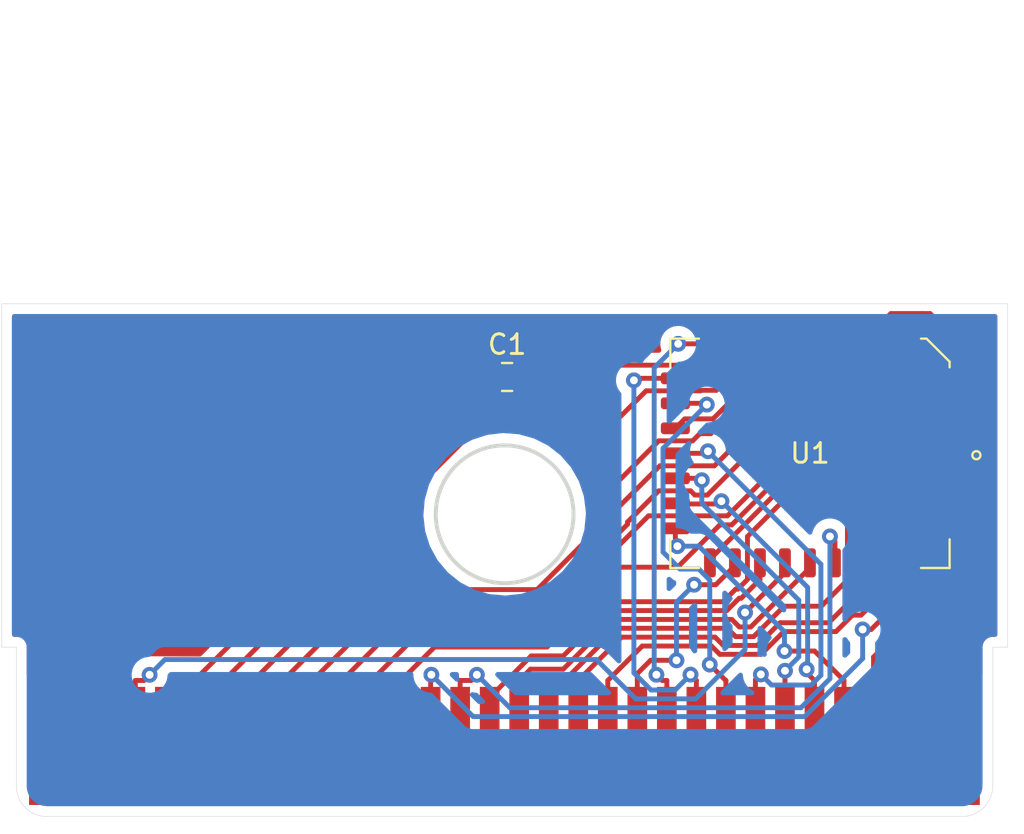
<source format=kicad_pcb>
(kicad_pcb (version 20171130) (host pcbnew "(5.1.2)-2")

  (general
    (thickness 0.8)
    (drawings 13)
    (tracks 273)
    (zones 0)
    (modules 3)
    (nets 37)
  )

  (page A4)
  (layers
    (0 F.Cu signal)
    (31 B.Cu signal)
    (32 B.Adhes user)
    (33 F.Adhes user)
    (34 B.Paste user)
    (35 F.Paste user)
    (36 B.SilkS user)
    (37 F.SilkS user)
    (38 B.Mask user)
    (39 F.Mask user)
    (40 Dwgs.User user)
    (41 Cmts.User user)
    (42 Eco1.User user)
    (43 Eco2.User user)
    (44 Edge.Cuts user)
    (45 Margin user)
    (46 B.CrtYd user)
    (47 F.CrtYd user)
    (48 B.Fab user)
    (49 F.Fab user)
  )

  (setup
    (last_trace_width 0.25)
    (trace_clearance 0.2)
    (zone_clearance 0.508)
    (zone_45_only no)
    (trace_min 0.2)
    (via_size 0.8)
    (via_drill 0.4)
    (via_min_size 0.4)
    (via_min_drill 0.3)
    (uvia_size 0.3)
    (uvia_drill 0.1)
    (uvias_allowed no)
    (uvia_min_size 0.2)
    (uvia_min_drill 0.1)
    (edge_width 0.05)
    (segment_width 0.2)
    (pcb_text_width 0.3)
    (pcb_text_size 1.5 1.5)
    (mod_edge_width 0.12)
    (mod_text_size 1 1)
    (mod_text_width 0.15)
    (pad_size 1.524 1.524)
    (pad_drill 0.762)
    (pad_to_mask_clearance 0.0508)
    (solder_mask_min_width 0.25)
    (aux_axis_origin 0 0)
    (visible_elements FFFFFF7F)
    (pcbplotparams
      (layerselection 0x010fc_ffffffff)
      (usegerberextensions false)
      (usegerberattributes false)
      (usegerberadvancedattributes false)
      (creategerberjobfile false)
      (excludeedgelayer true)
      (linewidth 0.100000)
      (plotframeref false)
      (viasonmask false)
      (mode 1)
      (useauxorigin false)
      (hpglpennumber 1)
      (hpglpenspeed 20)
      (hpglpendiameter 15.000000)
      (psnegative false)
      (psa4output false)
      (plotreference true)
      (plotvalue true)
      (plotinvisibletext false)
      (padsonsilk false)
      (subtractmaskfromsilk false)
      (outputformat 1)
      (mirror false)
      (drillshape 1)
      (scaleselection 1)
      (outputdirectory ""))
  )

  (net 0 "")
  (net 1 +5V)
  (net 2 GND)
  (net 3 "Net-(U0-Pad31)")
  (net 4 "Net-(U0-Pad30)")
  (net 5 D7)
  (net 6 D6)
  (net 7 D5)
  (net 8 D4)
  (net 9 D3)
  (net 10 D2)
  (net 11 D1)
  (net 12 D0)
  (net 13 WR)
  (net 14 A15)
  (net 15 A14)
  (net 16 A13)
  (net 17 A12)
  (net 18 A11)
  (net 19 A10)
  (net 20 A9)
  (net 21 A8)
  (net 22 A7)
  (net 23 A6)
  (net 24 A5)
  (net 25 A4)
  (net 26 A3)
  (net 27 A2)
  (net 28 A1)
  (net 29 A0)
  (net 30 "Net-(U0-Pad5)")
  (net 31 RD)
  (net 32 "Net-(U0-Pad2)")
  (net 33 "Net-(U1-Pad1)")
  (net 34 "Net-(U1-Pad2)")
  (net 35 "Net-(U1-Pad3)")
  (net 36 "Net-(U1-Pad30)")

  (net_class Default "This is the default net class."
    (clearance 0.2)
    (trace_width 0.25)
    (via_dia 0.8)
    (via_drill 0.4)
    (uvia_dia 0.3)
    (uvia_drill 0.1)
    (add_net +5V)
    (add_net A0)
    (add_net A1)
    (add_net A10)
    (add_net A11)
    (add_net A12)
    (add_net A13)
    (add_net A14)
    (add_net A15)
    (add_net A2)
    (add_net A3)
    (add_net A4)
    (add_net A5)
    (add_net A6)
    (add_net A7)
    (add_net A8)
    (add_net A9)
    (add_net D0)
    (add_net D1)
    (add_net D2)
    (add_net D3)
    (add_net D4)
    (add_net D5)
    (add_net D6)
    (add_net D7)
    (add_net GND)
    (add_net "Net-(U0-Pad2)")
    (add_net "Net-(U0-Pad30)")
    (add_net "Net-(U0-Pad31)")
    (add_net "Net-(U0-Pad5)")
    (add_net "Net-(U1-Pad1)")
    (add_net "Net-(U1-Pad2)")
    (add_net "Net-(U1-Pad3)")
    (add_net "Net-(U1-Pad30)")
    (add_net RD)
    (add_net WR)
  )

  (module Package_LCC:PLCC-32_11.4x14.0mm_P1.27mm (layer F.Cu) (tedit 5B298677) (tstamp 5DB8E7F1)
    (at 124.902 115.204 270)
    (descr "PLCC, 32 Pin (http://ww1.microchip.com/downloads/en/DeviceDoc/doc0015.pdf), generated with kicad-footprint-generator ipc_plcc_jLead_generator.py")
    (tags "PLCC LCC")
    (path /5DB90BFA)
    (attr smd)
    (fp_text reference U1 (at 0 0.00004 180) (layer F.SilkS)
      (effects (font (size 1 1) (thickness 0.15)))
    )
    (fp_text value AM29F040 (at 0 8.52 90) (layer F.Fab)
      (effects (font (size 1 1) (thickness 0.15)))
    )
    (fp_text user %R (at 0 0 90) (layer F.Fab)
      (effects (font (size 1 1) (thickness 0.15)))
    )
    (fp_line (start -6.55 -5.63) (end -6.55 0) (layer F.CrtYd) (width 0.05))
    (fp_line (start -5.96 -5.63) (end -6.55 -5.63) (layer F.CrtYd) (width 0.05))
    (fp_line (start -5.96 -5.95) (end -5.96 -5.63) (layer F.CrtYd) (width 0.05))
    (fp_line (start -4.68 -7.23) (end -5.96 -5.95) (layer F.CrtYd) (width 0.05))
    (fp_line (start -4.36 -7.23) (end -4.68 -7.23) (layer F.CrtYd) (width 0.05))
    (fp_line (start -4.36 -7.82) (end -4.36 -7.23) (layer F.CrtYd) (width 0.05))
    (fp_line (start 0 -7.82) (end -4.36 -7.82) (layer F.CrtYd) (width 0.05))
    (fp_line (start 6.55 5.63) (end 6.55 0) (layer F.CrtYd) (width 0.05))
    (fp_line (start 5.96 5.63) (end 6.55 5.63) (layer F.CrtYd) (width 0.05))
    (fp_line (start 5.96 7.23) (end 5.96 5.63) (layer F.CrtYd) (width 0.05))
    (fp_line (start 4.36 7.23) (end 5.96 7.23) (layer F.CrtYd) (width 0.05))
    (fp_line (start 4.36 7.82) (end 4.36 7.23) (layer F.CrtYd) (width 0.05))
    (fp_line (start 0 7.82) (end 4.36 7.82) (layer F.CrtYd) (width 0.05))
    (fp_line (start -6.55 5.63) (end -6.55 0) (layer F.CrtYd) (width 0.05))
    (fp_line (start -5.96 5.63) (end -6.55 5.63) (layer F.CrtYd) (width 0.05))
    (fp_line (start -5.96 7.23) (end -5.96 5.63) (layer F.CrtYd) (width 0.05))
    (fp_line (start -4.36 7.23) (end -5.96 7.23) (layer F.CrtYd) (width 0.05))
    (fp_line (start -4.36 7.82) (end -4.36 7.23) (layer F.CrtYd) (width 0.05))
    (fp_line (start 0 7.82) (end -4.36 7.82) (layer F.CrtYd) (width 0.05))
    (fp_line (start 6.55 -5.63) (end 6.55 0) (layer F.CrtYd) (width 0.05))
    (fp_line (start 5.96 -5.63) (end 6.55 -5.63) (layer F.CrtYd) (width 0.05))
    (fp_line (start 5.96 -7.23) (end 5.96 -5.63) (layer F.CrtYd) (width 0.05))
    (fp_line (start 4.36 -7.23) (end 5.96 -7.23) (layer F.CrtYd) (width 0.05))
    (fp_line (start 4.36 -7.82) (end 4.36 -7.23) (layer F.CrtYd) (width 0.05))
    (fp_line (start 0 -7.82) (end 4.36 -7.82) (layer F.CrtYd) (width 0.05))
    (fp_line (start -0.5 -6.985) (end 0 -6.277893) (layer F.Fab) (width 0.1))
    (fp_line (start -4.575 -6.985) (end -0.5 -6.985) (layer F.Fab) (width 0.1))
    (fp_line (start -5.715 -5.845) (end -4.575 -6.985) (layer F.Fab) (width 0.1))
    (fp_line (start -5.715 6.985) (end -5.715 -5.845) (layer F.Fab) (width 0.1))
    (fp_line (start 5.715 6.985) (end -5.715 6.985) (layer F.Fab) (width 0.1))
    (fp_line (start 5.715 -6.985) (end 5.715 6.985) (layer F.Fab) (width 0.1))
    (fp_line (start 0.5 -6.985) (end 5.715 -6.985) (layer F.Fab) (width 0.1))
    (fp_line (start 0 -6.277893) (end 0.5 -6.985) (layer F.Fab) (width 0.1))
    (fp_line (start -5.825 -5.922782) (end -5.825 -5.64) (layer F.SilkS) (width 0.12))
    (fp_line (start -4.652782 -7.095) (end -5.825 -5.922782) (layer F.SilkS) (width 0.12))
    (fp_line (start -4.37 -7.095) (end -4.652782 -7.095) (layer F.SilkS) (width 0.12))
    (fp_line (start 5.825 7.095) (end 5.825 5.64) (layer F.SilkS) (width 0.12))
    (fp_line (start 4.37 7.095) (end 5.825 7.095) (layer F.SilkS) (width 0.12))
    (fp_line (start -5.825 7.095) (end -5.825 5.64) (layer F.SilkS) (width 0.12))
    (fp_line (start -4.37 7.095) (end -5.825 7.095) (layer F.SilkS) (width 0.12))
    (fp_line (start 5.825 -7.095) (end 5.825 -5.64) (layer F.SilkS) (width 0.12))
    (fp_line (start 4.37 -7.095) (end 5.825 -7.095) (layer F.SilkS) (width 0.12))
    (pad 32 smd roundrect (at 1.27 -6.8375 270) (size 0.6 1.475) (layers F.Cu F.Paste F.Mask) (roundrect_rratio 0.25))
    (pad 31 smd roundrect (at 2.54 -6.8375 270) (size 0.6 1.475) (layers F.Cu F.Paste F.Mask) (roundrect_rratio 0.25))
    (pad 30 smd roundrect (at 3.81 -6.8375 270) (size 0.6 1.475) (layers F.Cu F.Paste F.Mask) (roundrect_rratio 0.25)
      (net 36 "Net-(U1-Pad30)"))
    (pad 29 smd roundrect (at 5.5625 -5.08 270) (size 1.475 0.6) (layers F.Cu F.Paste F.Mask) (roundrect_rratio 0.25)
      (net 15 A14))
    (pad 28 smd roundrect (at 5.5625 -3.81 270) (size 1.475 0.6) (layers F.Cu F.Paste F.Mask) (roundrect_rratio 0.25)
      (net 16 A13))
    (pad 27 smd roundrect (at 5.5625 -2.54 270) (size 1.475 0.6) (layers F.Cu F.Paste F.Mask) (roundrect_rratio 0.25)
      (net 21 A8))
    (pad 26 smd roundrect (at 5.5625 -1.27 270) (size 1.475 0.6) (layers F.Cu F.Paste F.Mask) (roundrect_rratio 0.25)
      (net 20 A9))
    (pad 25 smd roundrect (at 5.5625 0 270) (size 1.475 0.6) (layers F.Cu F.Paste F.Mask) (roundrect_rratio 0.25)
      (net 18 A11))
    (pad 24 smd roundrect (at 5.5625 1.27 270) (size 1.475 0.6) (layers F.Cu F.Paste F.Mask) (roundrect_rratio 0.25)
      (net 31 RD))
    (pad 23 smd roundrect (at 5.5625 2.54 270) (size 1.475 0.6) (layers F.Cu F.Paste F.Mask) (roundrect_rratio 0.25)
      (net 19 A10))
    (pad 22 smd roundrect (at 5.5625 3.81 270) (size 1.475 0.6) (layers F.Cu F.Paste F.Mask) (roundrect_rratio 0.25)
      (net 14 A15))
    (pad 21 smd roundrect (at 5.5625 5.08 270) (size 1.475 0.6) (layers F.Cu F.Paste F.Mask) (roundrect_rratio 0.25)
      (net 5 D7))
    (pad 20 smd roundrect (at 3.81 6.8375 270) (size 0.6 1.475) (layers F.Cu F.Paste F.Mask) (roundrect_rratio 0.25)
      (net 6 D6))
    (pad 19 smd roundrect (at 2.54 6.8375 270) (size 0.6 1.475) (layers F.Cu F.Paste F.Mask) (roundrect_rratio 0.25)
      (net 7 D5))
    (pad 18 smd roundrect (at 1.27 6.8375 270) (size 0.6 1.475) (layers F.Cu F.Paste F.Mask) (roundrect_rratio 0.25)
      (net 8 D4))
    (pad 17 smd roundrect (at 0 6.8375 270) (size 0.6 1.475) (layers F.Cu F.Paste F.Mask) (roundrect_rratio 0.25)
      (net 9 D3))
    (pad 16 smd roundrect (at -1.27 6.8375 270) (size 0.6 1.475) (layers F.Cu F.Paste F.Mask) (roundrect_rratio 0.25)
      (net 2 GND))
    (pad 15 smd roundrect (at -2.54 6.8375 270) (size 0.6 1.475) (layers F.Cu F.Paste F.Mask) (roundrect_rratio 0.25)
      (net 10 D2))
    (pad 14 smd roundrect (at -3.81 6.8375 270) (size 0.6 1.475) (layers F.Cu F.Paste F.Mask) (roundrect_rratio 0.25)
      (net 11 D1))
    (pad 13 smd roundrect (at -5.5625 5.08 270) (size 1.475 0.6) (layers F.Cu F.Paste F.Mask) (roundrect_rratio 0.25)
      (net 12 D0))
    (pad 12 smd roundrect (at -5.5625 3.81 270) (size 1.475 0.6) (layers F.Cu F.Paste F.Mask) (roundrect_rratio 0.25)
      (net 29 A0))
    (pad 11 smd roundrect (at -5.5625 2.54 270) (size 1.475 0.6) (layers F.Cu F.Paste F.Mask) (roundrect_rratio 0.25)
      (net 28 A1))
    (pad 10 smd roundrect (at -5.5625 1.27 270) (size 1.475 0.6) (layers F.Cu F.Paste F.Mask) (roundrect_rratio 0.25)
      (net 27 A2))
    (pad 9 smd roundrect (at -5.5625 0 270) (size 1.475 0.6) (layers F.Cu F.Paste F.Mask) (roundrect_rratio 0.25)
      (net 26 A3))
    (pad 8 smd roundrect (at -5.5625 -1.27 270) (size 1.475 0.6) (layers F.Cu F.Paste F.Mask) (roundrect_rratio 0.25)
      (net 25 A4))
    (pad 7 smd roundrect (at -5.5625 -2.54 270) (size 1.475 0.6) (layers F.Cu F.Paste F.Mask) (roundrect_rratio 0.25)
      (net 24 A5))
    (pad 6 smd roundrect (at -5.5625 -3.81 270) (size 1.475 0.6) (layers F.Cu F.Paste F.Mask) (roundrect_rratio 0.25)
      (net 23 A6))
    (pad 5 smd roundrect (at -5.5625 -5.08 270) (size 1.475 0.6) (layers F.Cu F.Paste F.Mask) (roundrect_rratio 0.25)
      (net 22 A7))
    (pad 4 smd roundrect (at -3.81 -6.8375 270) (size 0.6 1.475) (layers F.Cu F.Paste F.Mask) (roundrect_rratio 0.25)
      (net 17 A12))
    (pad 3 smd roundrect (at -2.54 -6.8375 270) (size 0.6 1.475) (layers F.Cu F.Paste F.Mask) (roundrect_rratio 0.25)
      (net 35 "Net-(U1-Pad3)"))
    (pad 2 smd roundrect (at -1.27 -6.8375 270) (size 0.6 1.475) (layers F.Cu F.Paste F.Mask) (roundrect_rratio 0.25)
      (net 34 "Net-(U1-Pad2)"))
    (pad 1 smd roundrect (at 0 -6.8375 270) (size 0.6 1.475) (layers F.Cu F.Paste F.Mask) (roundrect_rratio 0.25)
      (net 33 "Net-(U1-Pad1)"))
    (model ${KISYS3DMOD}/Package_LCC.3dshapes/PLCC-32_11.4x14.0mm_P1.27mm.wrl
      (at (xyz 0 0 0))
      (scale (xyz 1 1 1))
      (rotate (xyz 0 0 0))
    )
  )

  (module Capacitor_SMD:C_0805_2012Metric (layer F.Cu) (tedit 5B36C52B) (tstamp 5DB8E77E)
    (at 109.517 111.326)
    (descr "Capacitor SMD 0805 (2012 Metric), square (rectangular) end terminal, IPC_7351 nominal, (Body size source: https://docs.google.com/spreadsheets/d/1BsfQQcO9C6DZCsRaXUlFlo91Tg2WpOkGARC1WS5S8t0/edit?usp=sharing), generated with kicad-footprint-generator")
    (tags capacitor)
    (path /5DBA1519)
    (attr smd)
    (fp_text reference C1 (at 0 -1.65) (layer F.SilkS)
      (effects (font (size 1 1) (thickness 0.15)))
    )
    (fp_text value 0.1uF (at 0 1.65) (layer F.Fab)
      (effects (font (size 1 1) (thickness 0.15)))
    )
    (fp_line (start -1 0.6) (end -1 -0.6) (layer F.Fab) (width 0.1))
    (fp_line (start -1 -0.6) (end 1 -0.6) (layer F.Fab) (width 0.1))
    (fp_line (start 1 -0.6) (end 1 0.6) (layer F.Fab) (width 0.1))
    (fp_line (start 1 0.6) (end -1 0.6) (layer F.Fab) (width 0.1))
    (fp_line (start -0.258578 -0.71) (end 0.258578 -0.71) (layer F.SilkS) (width 0.12))
    (fp_line (start -0.258578 0.71) (end 0.258578 0.71) (layer F.SilkS) (width 0.12))
    (fp_line (start -1.68 0.95) (end -1.68 -0.95) (layer F.CrtYd) (width 0.05))
    (fp_line (start -1.68 -0.95) (end 1.68 -0.95) (layer F.CrtYd) (width 0.05))
    (fp_line (start 1.68 -0.95) (end 1.68 0.95) (layer F.CrtYd) (width 0.05))
    (fp_line (start 1.68 0.95) (end -1.68 0.95) (layer F.CrtYd) (width 0.05))
    (fp_text user %R (at 0 0) (layer F.Fab)
      (effects (font (size 0.5 0.5) (thickness 0.08)))
    )
    (pad 1 smd roundrect (at -0.9375 0) (size 0.975 1.4) (layers F.Cu F.Paste F.Mask) (roundrect_rratio 0.25)
      (net 1 +5V))
    (pad 2 smd roundrect (at 0.9375 0) (size 0.975 1.4) (layers F.Cu F.Paste F.Mask) (roundrect_rratio 0.25)
      (net 2 GND))
    (model ${KISYS3DMOD}/Capacitor_SMD.3dshapes/C_0805_2012Metric.wrl
      (at (xyz 0 0 0))
      (scale (xyz 1 1 1))
      (rotate (xyz 0 0 0))
    )
  )

  (module Custom:GBBus (layer F.Cu) (tedit 5BCB465C) (tstamp 5DB8E7A2)
    (at 85.2322 127.069)
    (descr "Connector Pads for Gameboy Cartridges")
    (path /5DB8FEC5)
    (fp_text reference U0 (at 23.12 -2.565) (layer F.SilkS) hide
      (effects (font (size 1.27 1.27) (thickness 0.15)))
    )
    (fp_text value CartBus (at 24.49 -7.525) (layer F.SilkS) hide
      (effects (font (size 1.27 1.27) (thickness 0.15)))
    )
    (pad 32 smd rect (at 47.6 3 180) (size 1.4 6) (layers F.Cu F.Paste F.Mask)
      (net 2 GND) (solder_mask_margin 0.0508))
    (pad 31 smd rect (at 45.9 3) (size 1 6) (layers F.Cu F.Paste F.Mask)
      (net 3 "Net-(U0-Pad31)") (solder_mask_margin 0.0508))
    (pad 30 smd rect (at 44.4 3) (size 1 6) (layers F.Cu F.Paste F.Mask)
      (net 4 "Net-(U0-Pad30)") (solder_mask_margin 0.0508))
    (pad 29 smd rect (at 42.9 3) (size 1 6) (layers F.Cu F.Paste F.Mask)
      (net 5 D7) (solder_mask_margin 0.0508))
    (pad 28 smd rect (at 41.4 3) (size 1 6) (layers F.Cu F.Paste F.Mask)
      (net 6 D6) (solder_mask_margin 0.0508))
    (pad 27 smd rect (at 39.9 3) (size 1 6) (layers F.Cu F.Paste F.Mask)
      (net 7 D5) (solder_mask_margin 0.0508))
    (pad 26 smd rect (at 38.4 3) (size 1 6) (layers F.Cu F.Paste F.Mask)
      (net 8 D4) (solder_mask_margin 0.0508))
    (pad 25 smd rect (at 36.9 3) (size 1 6) (layers F.Cu F.Paste F.Mask)
      (net 9 D3) (solder_mask_margin 0.0508))
    (pad 24 smd rect (at 35.4 3) (size 1 6) (layers F.Cu F.Paste F.Mask)
      (net 10 D2) (solder_mask_margin 0.0508))
    (pad 23 smd rect (at 33.9 3) (size 1 6) (layers F.Cu F.Paste F.Mask)
      (net 11 D1) (solder_mask_margin 0.0508))
    (pad 22 smd rect (at 32.4 3) (size 1 6) (layers F.Cu F.Paste F.Mask)
      (net 12 D0) (solder_mask_margin 0.0508))
    (pad 3 smd rect (at 3.9 3 180) (size 1 6) (layers F.Cu F.Paste F.Mask)
      (net 13 WR) (solder_mask_margin 0.0508))
    (pad 21 smd rect (at 30.9 3) (size 1 6) (layers F.Cu F.Paste F.Mask)
      (net 14 A15) (solder_mask_margin 0.0508))
    (pad 20 smd rect (at 29.4 3) (size 1 6) (layers F.Cu F.Paste F.Mask)
      (net 15 A14) (solder_mask_margin 0.0508))
    (pad 19 smd rect (at 27.9 3) (size 1 6) (layers F.Cu F.Paste F.Mask)
      (net 16 A13) (solder_mask_margin 0.0508))
    (pad 18 smd rect (at 26.4 3) (size 1 6) (layers F.Cu F.Paste F.Mask)
      (net 17 A12) (solder_mask_margin 0.0508))
    (pad 17 smd rect (at 24.9 3) (size 1 6) (layers F.Cu F.Paste F.Mask)
      (net 18 A11) (solder_mask_margin 0.0508))
    (pad 16 smd rect (at 23.4 3) (size 1 6) (layers F.Cu F.Paste F.Mask)
      (net 19 A10) (solder_mask_margin 0.0508))
    (pad 15 smd rect (at 21.9 3) (size 1 6) (layers F.Cu F.Paste F.Mask)
      (net 20 A9) (solder_mask_margin 0.0508))
    (pad 14 smd rect (at 20.4 3) (size 1 6) (layers F.Cu F.Paste F.Mask)
      (net 21 A8) (solder_mask_margin 0.0508))
    (pad 13 smd rect (at 18.9 3) (size 1 6) (layers F.Cu F.Paste F.Mask)
      (net 22 A7) (solder_mask_margin 0.0508))
    (pad 12 smd rect (at 17.4 3) (size 1 6) (layers F.Cu F.Paste F.Mask)
      (net 23 A6) (solder_mask_margin 0.0508))
    (pad 11 smd rect (at 15.9 3) (size 1 6) (layers F.Cu F.Paste F.Mask)
      (net 24 A5) (solder_mask_margin 0.0508))
    (pad 10 smd rect (at 14.4 3) (size 1 6) (layers F.Cu F.Paste F.Mask)
      (net 25 A4) (solder_mask_margin 0.0508))
    (pad 9 smd rect (at 12.9 3) (size 1 6) (layers F.Cu F.Paste F.Mask)
      (net 26 A3) (solder_mask_margin 0.0508))
    (pad 8 smd rect (at 11.4 3) (size 1 6) (layers F.Cu F.Paste F.Mask)
      (net 27 A2) (solder_mask_margin 0.0508))
    (pad 7 smd rect (at 9.9 3) (size 1 6) (layers F.Cu F.Paste F.Mask)
      (net 28 A1) (solder_mask_margin 0.0508))
    (pad 6 smd rect (at 8.4 3) (size 1 6) (layers F.Cu F.Paste F.Mask)
      (net 29 A0) (solder_mask_margin 0.0508))
    (pad 5 smd rect (at 6.9 3) (size 1 6) (layers F.Cu F.Paste F.Mask)
      (net 30 "Net-(U0-Pad5)") (solder_mask_margin 0.0508))
    (pad 4 smd rect (at 5.4 3 180) (size 1 6) (layers F.Cu F.Paste F.Mask)
      (net 31 RD) (solder_mask_margin 0.0508))
    (pad 2 smd rect (at 2.4 3) (size 1 6) (layers F.Cu F.Paste F.Mask)
      (net 32 "Net-(U0-Pad2)") (solder_mask_margin 0.0508))
    (pad 1 smd rect (at 0.7 3 180) (size 1.4 6) (layers F.Cu F.Paste F.Mask)
      (net 1 +5V) (solder_mask_margin 0.0508))
  )

  (gr_circle (center 133.35762 115.30076) (end 133.55066 115.37188) (layer F.SilkS) (width 0.12))
  (gr_circle (center 109.39224 118.30058) (end 112.89224 118.30058) (layer Edge.Cuts) (width 0.2) (tstamp 5DB88D89))
  (gr_arc (start 132.61137 132.07558) (end 134.19224 132.01058) (angle 86.88278645) (layer Edge.Cuts) (width 0.0254) (tstamp 5DB88D95))
  (gr_line (start 134.94224 125.05058) (end 134.94224 107.6068) (layer Edge.Cuts) (width 0.0254) (tstamp 5DB88D94))
  (gr_line (start 86.13224 133.65058) (end 132.76224 133.650576) (layer Edge.Cuts) (width 0.0254) (tstamp 5DB88D93))
  (gr_line (start 134.94224 107.6068) (end 83.84224 107.6068) (layer Edge.Cuts) (width 0.0254) (tstamp 5DB88D91))
  (gr_line (start 84.59224 125.05058) (end 84.592241 132.09058) (layer Edge.Cuts) (width 0.0254) (tstamp 5DB88D90))
  (gr_line (start 134.19224 132.01058) (end 134.19224 125.05058) (layer Edge.Cuts) (width 0.0254) (tstamp 5DB88D8F))
  (gr_circle (center 109.39224 93.30058) (end 110.41724 93.30058) (layer Dwgs.User) (width 0.2) (tstamp 5DB88D8D))
  (gr_line (start 83.84224 107.6068) (end 83.84224 125.05058) (layer Edge.Cuts) (width 0.0254) (tstamp 5DB88D8C))
  (gr_line (start 134.19224 125.05058) (end 134.94224 125.05058) (layer Edge.Cuts) (width 0.0254) (tstamp 5DB88D8B))
  (gr_line (start 83.84224 125.05058) (end 84.59224 125.05058) (layer Edge.Cuts) (width 0.0254) (tstamp 5DB88D8A))
  (gr_arc (start 86.11724 132.12526) (end 86.13224 133.65058) (angle 91.86616649) (layer Edge.Cuts) (width 0.0254) (tstamp 5DB88D88))

  (segment (start 85.9322 130.069) (end 85.9322 126.7437) (width 0.25) (layer F.Cu) (net 1))
  (segment (start 85.9322 126.7437) (end 101.3499 111.326) (width 0.25) (layer F.Cu) (net 1))
  (segment (start 101.3499 111.326) (end 108.5795 111.326) (width 0.25) (layer F.Cu) (net 1))
  (segment (start 118.0645 113.934) (end 118.5442 113.4543) (width 0.25) (layer F.Cu) (net 2))
  (segment (start 118.5442 113.4543) (end 119.9791 113.4543) (width 0.25) (layer F.Cu) (net 2))
  (segment (start 119.9791 113.4543) (end 122.997 110.4364) (width 0.25) (layer F.Cu) (net 2))
  (segment (start 122.997 110.4364) (end 122.997 108.8073) (width 0.25) (layer F.Cu) (net 2))
  (segment (start 132.8322 126.7437) (end 133.2826 126.2933) (width 0.25) (layer F.Cu) (net 2))
  (segment (start 132.8322 130.069) (end 132.8322 126.7437) (width 0.25) (layer F.Cu) (net 2))
  (segment (start 122.997 108.8073) (end 122.997 108.42494) (width 0.25) (layer F.Cu) (net 2))
  (segment (start 130.6106 108.1044) (end 129.01222 108.1044) (width 0.25) (layer F.Cu) (net 2))
  (segment (start 129.01222 108.1044) (end 128.86182 108.2548) (width 0.25) (layer F.Cu) (net 2))
  (segment (start 130.6106 108.1044) (end 131.00504 108.1044) (width 0.25) (layer F.Cu) (net 2))
  (segment (start 131.00504 108.1044) (end 131.1529 108.25226) (width 0.25) (layer F.Cu) (net 2))
  (segment (start 128.1322 130.069) (end 128.1322 125.5514) (width 0.25) (layer F.Cu) (net 5))
  (segment (start 128.1322 125.5514) (end 132.8322 120.8514) (width 0.25) (layer F.Cu) (net 5))
  (segment (start 132.8322 120.8514) (end 132.8322 110.9894) (width 0.25) (layer F.Cu) (net 5))
  (segment (start 132.8322 110.9894) (end 130.4074 108.5646) (width 0.25) (layer F.Cu) (net 5))
  (segment (start 130.4074 108.5646) (end 129.6121 108.5646) (width 0.25) (layer F.Cu) (net 5))
  (segment (start 129.6121 108.5646) (end 129.347 108.8297) (width 0.25) (layer F.Cu) (net 5))
  (segment (start 129.347 108.8297) (end 129.347 111.0614) (width 0.25) (layer F.Cu) (net 5))
  (segment (start 129.347 111.0614) (end 119.822 120.5864) (width 0.25) (layer F.Cu) (net 5))
  (segment (start 119.822 120.5864) (end 119.822 120.7665) (width 0.25) (layer F.Cu) (net 5))
  (segment (start 123.6084 125.2501) (end 123.6084 124.2682) (width 0.25) (layer B.Cu) (net 6))
  (segment (start 123.6084 124.2682) (end 119.2617 119.9215) (width 0.25) (layer B.Cu) (net 6))
  (segment (start 119.2617 119.9215) (end 118.1681 119.9215) (width 0.25) (layer B.Cu) (net 6))
  (segment (start 126.6322 126.7437) (end 125.1386 125.2501) (width 0.25) (layer F.Cu) (net 6))
  (segment (start 125.1386 125.2501) (end 123.6084 125.2501) (width 0.25) (layer F.Cu) (net 6))
  (segment (start 118.0645 119.014) (end 118.0645 119.8179) (width 0.25) (layer F.Cu) (net 6))
  (segment (start 118.0645 119.8179) (end 118.1681 119.9215) (width 0.25) (layer F.Cu) (net 6))
  (segment (start 126.6322 130.069) (end 126.6322 126.7437) (width 0.25) (layer F.Cu) (net 6))
  (via (at 123.6084 125.2501) (size 0.8) (layers F.Cu B.Cu) (net 6))
  (via (at 118.1681 119.9215) (size 0.8) (layers F.Cu B.Cu) (net 6))
  (segment (start 118.0645 117.744) (end 118.0972 117.7767) (width 0.25) (layer F.Cu) (net 7))
  (segment (start 118.0972 117.7767) (end 120.2652 117.7767) (width 0.25) (layer F.Cu) (net 7))
  (segment (start 120.2652 117.7767) (end 120.4055 117.6364) (width 0.25) (layer F.Cu) (net 7))
  (segment (start 124.7335 126.1768) (end 124.784 126.1263) (width 0.25) (layer B.Cu) (net 7))
  (segment (start 124.784 126.1263) (end 124.784 122.0149) (width 0.25) (layer B.Cu) (net 7))
  (segment (start 124.784 122.0149) (end 120.4055 117.6364) (width 0.25) (layer B.Cu) (net 7))
  (segment (start 125.1322 126.7437) (end 124.7335 126.345) (width 0.25) (layer F.Cu) (net 7))
  (segment (start 124.7335 126.345) (end 124.7335 126.1768) (width 0.25) (layer F.Cu) (net 7))
  (segment (start 125.1322 130.069) (end 125.1322 126.7437) (width 0.25) (layer F.Cu) (net 7))
  (via (at 124.7335 126.1768) (size 0.8) (layers F.Cu B.Cu) (net 7))
  (via (at 120.4055 117.6364) (size 0.8) (layers F.Cu B.Cu) (net 7))
  (segment (start 123.6322 126.7437) (end 123.6322 126.2521) (width 0.25) (layer F.Cu) (net 8))
  (segment (start 123.6322 126.2521) (end 123.6338 126.2505) (width 0.25) (layer F.Cu) (net 8))
  (segment (start 123.6338 126.2505) (end 124.3337 125.5506) (width 0.25) (layer B.Cu) (net 8))
  (segment (start 124.3337 125.5506) (end 124.3337 122.6606) (width 0.25) (layer B.Cu) (net 8))
  (segment (start 124.3337 122.6606) (end 119.4084 117.7353) (width 0.25) (layer B.Cu) (net 8))
  (segment (start 119.4084 117.7353) (end 119.4084 116.5715) (width 0.25) (layer B.Cu) (net 8))
  (segment (start 118.0645 116.474) (end 119.3109 116.474) (width 0.25) (layer F.Cu) (net 8))
  (segment (start 119.3109 116.474) (end 119.4084 116.5715) (width 0.25) (layer F.Cu) (net 8))
  (segment (start 123.6322 130.069) (end 123.6322 126.7437) (width 0.25) (layer F.Cu) (net 8))
  (via (at 123.6338 126.2505) (size 0.8) (layers F.Cu B.Cu) (net 8))
  (via (at 119.4084 116.5715) (size 0.8) (layers F.Cu B.Cu) (net 8))
  (segment (start 122.4081 126.4358) (end 122.9481 126.9758) (width 0.25) (layer B.Cu) (net 9))
  (segment (start 122.9481 126.9758) (end 124.9603 126.9758) (width 0.25) (layer B.Cu) (net 9))
  (segment (start 124.9603 126.9758) (end 125.4588 126.4773) (width 0.25) (layer B.Cu) (net 9))
  (segment (start 125.4588 126.4773) (end 125.4588 120.8372) (width 0.25) (layer B.Cu) (net 9))
  (segment (start 125.4588 120.8372) (end 119.7198 115.0982) (width 0.25) (layer B.Cu) (net 9))
  (segment (start 122.1322 126.7437) (end 122.1322 126.7117) (width 0.25) (layer F.Cu) (net 9))
  (segment (start 122.1322 126.7117) (end 122.4081 126.4358) (width 0.25) (layer F.Cu) (net 9))
  (segment (start 118.0645 115.204) (end 119.614 115.204) (width 0.25) (layer F.Cu) (net 9))
  (segment (start 119.614 115.204) (end 119.7198 115.0982) (width 0.25) (layer F.Cu) (net 9))
  (segment (start 122.1322 130.069) (end 122.1322 126.7437) (width 0.25) (layer F.Cu) (net 9))
  (via (at 122.4081 126.4358) (size 0.8) (layers F.Cu B.Cu) (net 9))
  (via (at 119.7198 115.0982) (size 0.8) (layers F.Cu B.Cu) (net 9))
  (segment (start 120.6322 130.069) (end 120.6322 126.7437) (width 0.25) (layer F.Cu) (net 10))
  (segment (start 119.8122 125.9344) (end 120.6215 126.7437) (width 0.25) (layer F.Cu) (net 10))
  (segment (start 120.6215 126.7437) (end 120.6322 126.7437) (width 0.25) (layer F.Cu) (net 10))
  (segment (start 119.6623 112.729) (end 117.4393 114.952) (width 0.25) (layer B.Cu) (net 10))
  (segment (start 117.4393 114.952) (end 117.4393 120.2184) (width 0.25) (layer B.Cu) (net 10))
  (segment (start 117.4393 120.2184) (end 118.3046 121.0837) (width 0.25) (layer B.Cu) (net 10))
  (segment (start 118.3046 121.0837) (end 119.2561 121.0837) (width 0.25) (layer B.Cu) (net 10))
  (segment (start 119.2561 121.0837) (end 119.8122 121.6398) (width 0.25) (layer B.Cu) (net 10))
  (segment (start 119.8122 121.6398) (end 119.8122 125.9344) (width 0.25) (layer B.Cu) (net 10))
  (segment (start 118.0645 112.664) (end 119.5973 112.664) (width 0.25) (layer F.Cu) (net 10))
  (segment (start 119.5973 112.664) (end 119.6623 112.729) (width 0.25) (layer F.Cu) (net 10))
  (via (at 119.8122 125.9344) (size 0.8) (layers F.Cu B.Cu) (net 10))
  (via (at 119.6623 112.729) (size 0.8) (layers F.Cu B.Cu) (net 10))
  (segment (start 118.0645 111.394) (end 116.0607 111.394) (width 0.25) (layer F.Cu) (net 11))
  (segment (start 116.0607 111.394) (end 115.9586 111.4961) (width 0.25) (layer F.Cu) (net 11))
  (segment (start 118.8347 126.4462) (end 118.0538 127.2271) (width 0.25) (layer B.Cu) (net 11))
  (segment (start 118.0538 127.2271) (end 116.8274 127.2271) (width 0.25) (layer B.Cu) (net 11))
  (segment (start 116.8274 127.2271) (end 115.9586 126.3583) (width 0.25) (layer B.Cu) (net 11))
  (segment (start 115.9586 126.3583) (end 115.9586 111.4961) (width 0.25) (layer B.Cu) (net 11))
  (segment (start 119.1322 126.7437) (end 118.8347 126.4462) (width 0.25) (layer F.Cu) (net 11))
  (segment (start 119.1322 130.069) (end 119.1322 126.7437) (width 0.25) (layer F.Cu) (net 11))
  (via (at 118.8347 126.4462) (size 0.8) (layers F.Cu B.Cu) (net 11))
  (via (at 115.9586 111.4961) (size 0.8) (layers F.Cu B.Cu) (net 11))
  (segment (start 118.2099 109.6415) (end 116.989 110.8624) (width 0.25) (layer B.Cu) (net 12))
  (segment (start 116.989 110.8624) (end 116.989 126.3383) (width 0.25) (layer B.Cu) (net 12))
  (segment (start 116.989 126.3383) (end 117.1016 126.4509) (width 0.25) (layer B.Cu) (net 12))
  (segment (start 117.6322 126.7437) (end 117.3944 126.7437) (width 0.25) (layer F.Cu) (net 12))
  (segment (start 117.3944 126.7437) (end 117.1016 126.4509) (width 0.25) (layer F.Cu) (net 12))
  (segment (start 119.822 109.6415) (end 118.2099 109.6415) (width 0.25) (layer F.Cu) (net 12))
  (segment (start 117.6322 130.069) (end 117.6322 126.7437) (width 0.25) (layer F.Cu) (net 12))
  (via (at 117.1016 126.4509) (size 0.8) (layers F.Cu B.Cu) (net 12))
  (via (at 118.2099 109.6415) (size 0.8) (layers F.Cu B.Cu) (net 12))
  (segment (start 116.1322 126.7437) (end 116.1322 126.3935) (width 0.25) (layer F.Cu) (net 14))
  (segment (start 116.1322 126.3935) (end 116.8064 125.7193) (width 0.25) (layer F.Cu) (net 14))
  (segment (start 116.8064 125.7193) (end 118.1212 125.7193) (width 0.25) (layer F.Cu) (net 14))
  (segment (start 119.0171 121.8793) (end 118.1212 122.7752) (width 0.25) (layer B.Cu) (net 14))
  (segment (start 118.1212 122.7752) (end 118.1212 125.7193) (width 0.25) (layer B.Cu) (net 14))
  (segment (start 121.092 120.7665) (end 121.092 120.9083) (width 0.25) (layer F.Cu) (net 14))
  (segment (start 121.092 120.9083) (end 120.121 121.8793) (width 0.25) (layer F.Cu) (net 14))
  (segment (start 120.121 121.8793) (end 119.0171 121.8793) (width 0.25) (layer F.Cu) (net 14))
  (segment (start 116.1322 130.069) (end 116.1322 126.7437) (width 0.25) (layer F.Cu) (net 14))
  (via (at 118.1212 125.7193) (size 0.8) (layers F.Cu B.Cu) (net 14))
  (via (at 119.0171 121.8793) (size 0.8) (layers F.Cu B.Cu) (net 14))
  (segment (start 129.982 120.7665) (end 129.982 120.9409) (width 0.25) (layer F.Cu) (net 15))
  (segment (start 129.982 120.9409) (end 127.4968 123.4261) (width 0.25) (layer F.Cu) (net 15))
  (segment (start 127.4968 123.4261) (end 127.06 123.4261) (width 0.25) (layer F.Cu) (net 15))
  (segment (start 127.06 123.4261) (end 126.2263 124.2598) (width 0.25) (layer F.Cu) (net 15))
  (segment (start 126.2263 124.2598) (end 123.5727 124.2598) (width 0.25) (layer F.Cu) (net 15))
  (segment (start 123.5727 124.2598) (end 122.4164 125.4161) (width 0.25) (layer F.Cu) (net 15))
  (segment (start 122.4164 125.4161) (end 120.3197 125.4161) (width 0.25) (layer F.Cu) (net 15))
  (segment (start 120.3197 125.4161) (end 119.8975 124.9939) (width 0.25) (layer F.Cu) (net 15))
  (segment (start 119.8975 124.9939) (end 116.382 124.9939) (width 0.25) (layer F.Cu) (net 15))
  (segment (start 116.382 124.9939) (end 114.6322 126.7437) (width 0.25) (layer F.Cu) (net 15))
  (segment (start 114.6322 130.069) (end 114.6322 126.7437) (width 0.25) (layer F.Cu) (net 15))
  (segment (start 128.712 120.7665) (end 128.712 120.9518) (width 0.25) (layer F.Cu) (net 16))
  (segment (start 128.712 120.9518) (end 125.8543 123.8095) (width 0.25) (layer F.Cu) (net 16))
  (segment (start 125.8543 123.8095) (end 123.3861 123.8095) (width 0.25) (layer F.Cu) (net 16))
  (segment (start 123.3861 123.8095) (end 122.2298 124.9658) (width 0.25) (layer F.Cu) (net 16))
  (segment (start 122.2298 124.9658) (end 120.5063 124.9658) (width 0.25) (layer F.Cu) (net 16))
  (segment (start 120.5063 124.9658) (end 120.0841 124.5436) (width 0.25) (layer F.Cu) (net 16))
  (segment (start 120.0841 124.5436) (end 115.3323 124.5436) (width 0.25) (layer F.Cu) (net 16))
  (segment (start 115.3323 124.5436) (end 113.1322 126.7437) (width 0.25) (layer F.Cu) (net 16))
  (segment (start 113.1322 130.069) (end 113.1322 126.7437) (width 0.25) (layer F.Cu) (net 16))
  (segment (start 131.7395 111.394) (end 131.4736 111.394) (width 0.25) (layer F.Cu) (net 17))
  (segment (start 131.4736 111.394) (end 126.807 116.0606) (width 0.25) (layer F.Cu) (net 17))
  (segment (start 126.807 116.0606) (end 126.807 121.6414) (width 0.25) (layer F.Cu) (net 17))
  (segment (start 126.807 121.6414) (end 125.4769 122.9715) (width 0.25) (layer F.Cu) (net 17))
  (segment (start 125.4769 122.9715) (end 123.5872 122.9715) (width 0.25) (layer F.Cu) (net 17))
  (segment (start 123.5872 122.9715) (end 122.0433 124.5154) (width 0.25) (layer F.Cu) (net 17))
  (segment (start 122.0433 124.5154) (end 121.1263 124.5154) (width 0.25) (layer F.Cu) (net 17))
  (segment (start 121.1263 124.5154) (end 120.7042 124.0933) (width 0.25) (layer F.Cu) (net 17))
  (segment (start 120.7042 124.0933) (end 115.0831 124.0933) (width 0.25) (layer F.Cu) (net 17))
  (segment (start 115.0831 124.0933) (end 112.4327 126.7437) (width 0.25) (layer F.Cu) (net 17))
  (segment (start 112.4327 126.7437) (end 111.6322 126.7437) (width 0.25) (layer F.Cu) (net 17))
  (segment (start 111.6322 130.069) (end 111.6322 126.7437) (width 0.25) (layer F.Cu) (net 17))
  (segment (start 124.902 120.7665) (end 124.902 121.0198) (width 0.25) (layer F.Cu) (net 18))
  (segment (start 124.902 121.0198) (end 121.8974 124.0244) (width 0.25) (layer F.Cu) (net 18))
  (segment (start 121.8974 124.0244) (end 121.313 124.0244) (width 0.25) (layer F.Cu) (net 18))
  (segment (start 121.313 124.0244) (end 120.9316 123.643) (width 0.25) (layer F.Cu) (net 18))
  (segment (start 120.9316 123.643) (end 114.8965 123.643) (width 0.25) (layer F.Cu) (net 18))
  (segment (start 114.8965 123.643) (end 112.3693 126.1702) (width 0.25) (layer F.Cu) (net 18))
  (segment (start 112.3693 126.1702) (end 110.7057 126.1702) (width 0.25) (layer F.Cu) (net 18))
  (segment (start 110.7057 126.1702) (end 110.1322 126.7437) (width 0.25) (layer F.Cu) (net 18))
  (segment (start 110.1322 130.069) (end 110.1322 126.7437) (width 0.25) (layer F.Cu) (net 18))
  (segment (start 122.362 120.7665) (end 122.362 121.6156) (width 0.25) (layer F.Cu) (net 19))
  (segment (start 122.362 121.6156) (end 121.4121 122.5655) (width 0.25) (layer F.Cu) (net 19))
  (segment (start 121.4121 122.5655) (end 121.3048 122.5655) (width 0.25) (layer F.Cu) (net 19))
  (segment (start 121.3048 122.5655) (end 120.6776 123.1927) (width 0.25) (layer F.Cu) (net 19))
  (segment (start 120.6776 123.1927) (end 114.6735 123.1927) (width 0.25) (layer F.Cu) (net 19))
  (segment (start 114.6735 123.1927) (end 112.3714 125.4948) (width 0.25) (layer F.Cu) (net 19))
  (segment (start 112.3714 125.4948) (end 110.7434 125.4948) (width 0.25) (layer F.Cu) (net 19))
  (segment (start 110.7434 125.4948) (end 108.6322 127.606) (width 0.25) (layer F.Cu) (net 19))
  (segment (start 108.6322 127.606) (end 108.6322 130.069) (width 0.25) (layer F.Cu) (net 19))
  (segment (start 107.9817 126.4545) (end 109.6549 128.1277) (width 0.25) (layer B.Cu) (net 20))
  (segment (start 109.6549 128.1277) (end 124.4453 128.1277) (width 0.25) (layer B.Cu) (net 20))
  (segment (start 124.4453 128.1277) (end 125.9174 126.6556) (width 0.25) (layer B.Cu) (net 20))
  (segment (start 125.9174 126.6556) (end 125.9174 119.4274) (width 0.25) (layer B.Cu) (net 20))
  (segment (start 126.172 120.7665) (end 126.172 119.682) (width 0.25) (layer F.Cu) (net 20))
  (segment (start 126.172 119.682) (end 125.9174 119.4274) (width 0.25) (layer F.Cu) (net 20))
  (segment (start 107.1322 126.7437) (end 107.6925 126.7437) (width 0.25) (layer F.Cu) (net 20))
  (segment (start 107.6925 126.7437) (end 107.9817 126.4545) (width 0.25) (layer F.Cu) (net 20))
  (segment (start 107.1322 130.069) (end 107.1322 126.7437) (width 0.25) (layer F.Cu) (net 20))
  (via (at 107.9817 126.4545) (size 0.8) (layers F.Cu B.Cu) (net 20))
  (via (at 125.9174 119.4274) (size 0.8) (layers F.Cu B.Cu) (net 20))
  (segment (start 105.6695 126.4526) (end 107.7949 128.578) (width 0.25) (layer B.Cu) (net 21))
  (segment (start 107.7949 128.578) (end 124.6319 128.578) (width 0.25) (layer B.Cu) (net 21))
  (segment (start 124.6319 128.578) (end 127.5788 125.6311) (width 0.25) (layer B.Cu) (net 21))
  (segment (start 127.5788 125.6311) (end 127.5788 124.1514) (width 0.25) (layer B.Cu) (net 21))
  (segment (start 105.6322 130.069) (end 105.6322 126.4899) (width 0.25) (layer F.Cu) (net 21))
  (segment (start 105.6322 126.4899) (end 105.6695 126.4526) (width 0.25) (layer F.Cu) (net 21))
  (segment (start 127.442 120.7665) (end 127.442 120.5723) (width 0.25) (layer F.Cu) (net 21))
  (segment (start 127.442 120.5723) (end 128.3113 119.703) (width 0.25) (layer F.Cu) (net 21))
  (segment (start 128.3113 119.703) (end 130.3827 119.703) (width 0.25) (layer F.Cu) (net 21))
  (segment (start 130.3827 119.703) (end 130.6355 119.9558) (width 0.25) (layer F.Cu) (net 21))
  (segment (start 130.6355 119.9558) (end 130.6355 121.5319) (width 0.25) (layer F.Cu) (net 21))
  (segment (start 130.6355 121.5319) (end 128.016 124.1514) (width 0.25) (layer F.Cu) (net 21))
  (segment (start 128.016 124.1514) (end 127.5788 124.1514) (width 0.25) (layer F.Cu) (net 21))
  (via (at 105.6695 126.4526) (size 0.8) (layers F.Cu B.Cu) (net 21))
  (via (at 127.5788 124.1514) (size 0.8) (layers F.Cu B.Cu) (net 21))
  (segment (start 129.982 109.6415) (end 129.982 111.1747) (width 0.25) (layer F.Cu) (net 22))
  (segment (start 129.982 111.1747) (end 121.727 119.4297) (width 0.25) (layer F.Cu) (net 22))
  (segment (start 121.727 119.4297) (end 121.727 121.6137) (width 0.25) (layer F.Cu) (net 22))
  (segment (start 121.727 121.6137) (end 121.2363 122.1044) (width 0.25) (layer F.Cu) (net 22))
  (segment (start 121.2363 122.1044) (end 121.129 122.1044) (width 0.25) (layer F.Cu) (net 22))
  (segment (start 121.129 122.1044) (end 120.491 122.7424) (width 0.25) (layer F.Cu) (net 22))
  (segment (start 120.491 122.7424) (end 113.85 122.7424) (width 0.25) (layer F.Cu) (net 22))
  (segment (start 113.85 122.7424) (end 111.5479 125.0445) (width 0.25) (layer F.Cu) (net 22))
  (segment (start 111.5479 125.0445) (end 105.8314 125.0445) (width 0.25) (layer F.Cu) (net 22))
  (segment (start 105.8314 125.0445) (end 104.1322 126.7437) (width 0.25) (layer F.Cu) (net 22))
  (segment (start 104.1322 130.069) (end 104.1322 126.7437) (width 0.25) (layer F.Cu) (net 22))
  (segment (start 128.712 109.6415) (end 128.712 111.0594) (width 0.25) (layer F.Cu) (net 23))
  (segment (start 128.712 111.0594) (end 120.9328 118.8386) (width 0.25) (layer F.Cu) (net 23))
  (segment (start 120.9328 118.8386) (end 120.3269 118.8386) (width 0.25) (layer F.Cu) (net 23))
  (segment (start 120.3269 118.8386) (end 118.1763 120.9892) (width 0.25) (layer F.Cu) (net 23))
  (segment (start 118.1763 120.9892) (end 114.7499 120.9892) (width 0.25) (layer F.Cu) (net 23))
  (segment (start 114.7499 120.9892) (end 111.5864 124.1527) (width 0.25) (layer F.Cu) (net 23))
  (segment (start 111.5864 124.1527) (end 105.2232 124.1527) (width 0.25) (layer F.Cu) (net 23))
  (segment (start 105.2232 124.1527) (end 102.6322 126.7437) (width 0.25) (layer F.Cu) (net 23))
  (segment (start 102.6322 130.069) (end 102.6322 126.7437) (width 0.25) (layer F.Cu) (net 23))
  (segment (start 127.442 109.6415) (end 127.442 111.6478) (width 0.25) (layer F.Cu) (net 24))
  (segment (start 127.442 111.6478) (end 120.7109 118.3789) (width 0.25) (layer F.Cu) (net 24))
  (segment (start 120.7109 118.3789) (end 116.7021 118.3789) (width 0.25) (layer F.Cu) (net 24))
  (segment (start 116.7021 118.3789) (end 111.3787 123.7023) (width 0.25) (layer F.Cu) (net 24))
  (segment (start 111.3787 123.7023) (end 104.1736 123.7023) (width 0.25) (layer F.Cu) (net 24))
  (segment (start 104.1736 123.7023) (end 101.1322 126.7437) (width 0.25) (layer F.Cu) (net 24))
  (segment (start 101.1322 130.069) (end 101.1322 126.7437) (width 0.25) (layer F.Cu) (net 24))
  (segment (start 126.172 109.6415) (end 126.172 110.8442) (width 0.25) (layer F.Cu) (net 25))
  (segment (start 126.172 110.8442) (end 119.6901 117.3261) (width 0.25) (layer F.Cu) (net 25))
  (segment (start 119.6901 117.3261) (end 119.0563 117.3261) (width 0.25) (layer F.Cu) (net 25))
  (segment (start 119.0563 117.3261) (end 118.8392 117.109) (width 0.25) (layer F.Cu) (net 25))
  (segment (start 118.8392 117.109) (end 117.2195 117.109) (width 0.25) (layer F.Cu) (net 25))
  (segment (start 117.2195 117.109) (end 115.6328 118.6957) (width 0.25) (layer F.Cu) (net 25))
  (segment (start 115.6328 118.6957) (end 115.6328 118.8113) (width 0.25) (layer F.Cu) (net 25))
  (segment (start 115.6328 118.8113) (end 111.4173 123.0268) (width 0.25) (layer F.Cu) (net 25))
  (segment (start 111.4173 123.0268) (end 103.3491 123.0268) (width 0.25) (layer F.Cu) (net 25))
  (segment (start 103.3491 123.0268) (end 99.6322 126.7437) (width 0.25) (layer F.Cu) (net 25))
  (segment (start 99.6322 130.069) (end 99.6322 126.7437) (width 0.25) (layer F.Cu) (net 25))
  (segment (start 124.902 109.6415) (end 124.902 110.9831) (width 0.25) (layer F.Cu) (net 26))
  (segment (start 124.902 110.9831) (end 120.0461 115.839) (width 0.25) (layer F.Cu) (net 26))
  (segment (start 120.0461 115.839) (end 117.2786 115.839) (width 0.25) (layer F.Cu) (net 26))
  (segment (start 117.2786 115.839) (end 114.4274 118.6902) (width 0.25) (layer F.Cu) (net 26))
  (segment (start 114.4274 118.6902) (end 114.4274 119.3798) (width 0.25) (layer F.Cu) (net 26))
  (segment (start 114.4274 119.3798) (end 111.2307 122.5765) (width 0.25) (layer F.Cu) (net 26))
  (segment (start 111.2307 122.5765) (end 102.2994 122.5765) (width 0.25) (layer F.Cu) (net 26))
  (segment (start 102.2994 122.5765) (end 98.1322 126.7437) (width 0.25) (layer F.Cu) (net 26))
  (segment (start 98.1322 130.069) (end 98.1322 126.7437) (width 0.25) (layer F.Cu) (net 26))
  (segment (start 123.632 109.6415) (end 123.632 110.4383) (width 0.25) (layer F.Cu) (net 27))
  (segment (start 123.632 110.4383) (end 119.866 114.2043) (width 0.25) (layer F.Cu) (net 27))
  (segment (start 119.866 114.2043) (end 119.3087 114.2043) (width 0.25) (layer F.Cu) (net 27))
  (segment (start 119.3087 114.2043) (end 118.944 114.569) (width 0.25) (layer F.Cu) (net 27))
  (segment (start 118.944 114.569) (end 117.2222 114.569) (width 0.25) (layer F.Cu) (net 27))
  (segment (start 117.2222 114.569) (end 113.752 118.0392) (width 0.25) (layer F.Cu) (net 27))
  (segment (start 113.752 118.0392) (end 113.752 119.4183) (width 0.25) (layer F.Cu) (net 27))
  (segment (start 113.752 119.4183) (end 111.0441 122.1262) (width 0.25) (layer F.Cu) (net 27))
  (segment (start 111.0441 122.1262) (end 101.2497 122.1262) (width 0.25) (layer F.Cu) (net 27))
  (segment (start 101.2497 122.1262) (end 96.6322 126.7437) (width 0.25) (layer F.Cu) (net 27))
  (segment (start 96.6322 130.069) (end 96.6322 126.7437) (width 0.25) (layer F.Cu) (net 27))
  (segment (start 95.1322 126.7437) (end 108.0636 113.8123) (width 0.25) (layer F.Cu) (net 28))
  (segment (start 108.0636 113.8123) (end 114.7969 113.8123) (width 0.25) (layer F.Cu) (net 28))
  (segment (start 114.7969 113.8123) (end 116.5803 112.0289) (width 0.25) (layer F.Cu) (net 28))
  (segment (start 116.5803 112.0289) (end 119.3367 112.0289) (width 0.25) (layer F.Cu) (net 28))
  (segment (start 119.3367 112.0289) (end 119.3619 112.0037) (width 0.25) (layer F.Cu) (net 28))
  (segment (start 119.3619 112.0037) (end 120.1462 112.0037) (width 0.25) (layer F.Cu) (net 28))
  (segment (start 120.1462 112.0037) (end 122.362 109.7879) (width 0.25) (layer F.Cu) (net 28))
  (segment (start 122.362 109.7879) (end 122.362 109.6415) (width 0.25) (layer F.Cu) (net 28))
  (segment (start 95.1322 130.069) (end 95.1322 126.7437) (width 0.25) (layer F.Cu) (net 28))
  (segment (start 93.6322 130.069) (end 93.6322 126.7437) (width 0.25) (layer F.Cu) (net 29))
  (segment (start 121.092 109.6415) (end 121.092 109.8127) (width 0.25) (layer F.Cu) (net 29))
  (segment (start 121.092 109.8127) (end 120.178 110.7267) (width 0.25) (layer F.Cu) (net 29))
  (segment (start 120.178 110.7267) (end 113.5432 110.7267) (width 0.25) (layer F.Cu) (net 29))
  (segment (start 113.5432 110.7267) (end 111.9176 112.3523) (width 0.25) (layer F.Cu) (net 29))
  (segment (start 111.9176 112.3523) (end 108.0236 112.3523) (width 0.25) (layer F.Cu) (net 29))
  (segment (start 108.0236 112.3523) (end 93.6322 126.7437) (width 0.25) (layer F.Cu) (net 29))
  (segment (start 91.357 126.4562) (end 92.1335 125.6797) (width 0.25) (layer B.Cu) (net 31))
  (segment (start 92.1335 125.6797) (end 114.0552 125.6797) (width 0.25) (layer B.Cu) (net 31))
  (segment (start 114.0552 125.6797) (end 116.0529 127.6774) (width 0.25) (layer B.Cu) (net 31))
  (segment (start 116.0529 127.6774) (end 119.095 127.6774) (width 0.25) (layer B.Cu) (net 31))
  (segment (start 119.095 127.6774) (end 121.6052 125.1672) (width 0.25) (layer B.Cu) (net 31))
  (segment (start 121.6052 125.1672) (end 121.6052 123.2908) (width 0.25) (layer B.Cu) (net 31))
  (segment (start 121.6052 123.2908) (end 123.632 121.264) (width 0.25) (layer F.Cu) (net 31))
  (segment (start 123.632 121.264) (end 123.632 120.7665) (width 0.25) (layer F.Cu) (net 31))
  (segment (start 90.6322 130.069) (end 90.6322 126.7437) (width 0.25) (layer F.Cu) (net 31))
  (segment (start 90.6322 126.7437) (end 91.0695 126.7437) (width 0.25) (layer F.Cu) (net 31))
  (segment (start 91.0695 126.7437) (end 91.357 126.4562) (width 0.25) (layer F.Cu) (net 31))
  (via (at 121.6052 123.2908) (size 0.8) (layers F.Cu B.Cu) (net 31))
  (via (at 91.357 126.4562) (size 0.8) (layers F.Cu B.Cu) (net 31))

  (zone (net 1) (net_name +5V) (layer F.Cu) (tstamp 0) (hatch edge 0.508)
    (connect_pads (clearance 0.508))
    (min_thickness 0.254)
    (fill yes (arc_segments 32) (thermal_gap 0.508) (thermal_bridge_width 0.508))
    (polygon
      (pts
        (xy 83.88731 127.3683) (xy 86.96833 127.3683) (xy 86.89594 125.49124) (xy 109.22 125.602962) (xy 109.22 107.701118)
        (xy 83.84032 107.58932)
      )
    )
    (filled_polygon
      (pts
        (xy 109.093 109.990489) (xy 109.067 109.987928) (xy 108.86525 109.991) (xy 108.7065 110.14975) (xy 108.7065 111.199)
        (xy 108.7265 111.199) (xy 108.7265 111.453) (xy 108.7065 111.453) (xy 108.7065 111.473) (xy 108.4525 111.473)
        (xy 108.4525 111.453) (xy 107.61575 111.453) (xy 107.457 111.61175) (xy 107.455264 111.845834) (xy 93.901799 125.3993)
        (xy 86.896576 125.364242) (xy 86.871787 125.366558) (xy 86.847927 125.373666) (xy 86.825912 125.385292) (xy 86.806588 125.400989)
        (xy 86.790698 125.420155) (xy 86.778852 125.442053) (xy 86.771506 125.46584) (xy 86.769034 125.496134) (xy 86.806136 126.45819)
        (xy 86.756682 126.443188) (xy 86.6322 126.430928) (xy 86.21795 126.434) (xy 86.0592 126.59275) (xy 86.0592 127.2413)
        (xy 85.8052 127.2413) (xy 85.8052 126.59275) (xy 85.64645 126.434) (xy 85.23994 126.430985) (xy 85.23994 125.082389)
        (xy 85.243073 125.05058) (xy 85.230567 124.923609) (xy 85.193531 124.801517) (xy 85.133388 124.688997) (xy 85.052448 124.590372)
        (xy 84.953823 124.509432) (xy 84.841303 124.449289) (xy 84.719211 124.412253) (xy 84.624049 124.40288) (xy 84.624048 124.40288)
        (xy 84.59224 124.399747) (xy 84.560431 124.40288) (xy 84.48994 124.40288) (xy 84.48994 110.626) (xy 107.453928 110.626)
        (xy 107.457 111.04025) (xy 107.61575 111.199) (xy 108.4525 111.199) (xy 108.4525 110.14975) (xy 108.29375 109.991)
        (xy 108.092 109.987928) (xy 107.967518 110.000188) (xy 107.84782 110.036498) (xy 107.737506 110.095463) (xy 107.640815 110.174815)
        (xy 107.561463 110.271506) (xy 107.502498 110.38182) (xy 107.466188 110.501518) (xy 107.453928 110.626) (xy 84.48994 110.626)
        (xy 84.48994 108.2545) (xy 109.093 108.2545)
      )
    )
  )
  (zone (net 2) (net_name GND) (layer F.Cu) (tstamp 0) (hatch edge 0.508)
    (connect_pads (clearance 0.508))
    (min_thickness 0.254)
    (fill yes (arc_segments 32) (thermal_gap 0.508) (thermal_bridge_width 0.508))
    (polygon
      (pts
        (xy 131.89204 127.72898) (xy 134.21106 127.72898) (xy 134.21106 125.1458) (xy 135.10768 124.93498) (xy 135.10768 107.22356)
        (xy 109.80928 107.285861) (xy 109.80928 126.683699) (xy 131.89204 126.62154)
      )
    )
    (filled_polygon
      (pts
        (xy 134.29454 124.40288) (xy 134.224049 124.40288) (xy 134.19224 124.399747) (xy 134.160432 124.40288) (xy 134.160431 124.40288)
        (xy 134.065269 124.412253) (xy 133.943177 124.449289) (xy 133.830657 124.509432) (xy 133.732032 124.590372) (xy 133.651092 124.688997)
        (xy 133.590949 124.801517) (xy 133.553913 124.923609) (xy 133.541407 125.05058) (xy 133.544541 125.082399) (xy 133.544541 126.432143)
        (xy 133.5322 126.430928) (xy 133.11795 126.434) (xy 132.9592 126.59275) (xy 132.9592 127.60198) (xy 132.7052 127.60198)
        (xy 132.7052 126.59275) (xy 132.54645 126.434) (xy 132.1322 126.430928) (xy 132.007718 126.443188) (xy 131.88802 126.479498)
        (xy 131.8822 126.482609) (xy 131.87638 126.479498) (xy 131.756682 126.443188) (xy 131.6322 126.430928) (xy 130.6322 126.430928)
        (xy 130.507718 126.443188) (xy 130.38802 126.479498) (xy 130.3822 126.482609) (xy 130.37638 126.479498) (xy 130.256682 126.443188)
        (xy 130.1322 126.430928) (xy 129.1322 126.430928) (xy 129.007718 126.443188) (xy 128.8922 126.47823) (xy 128.8922 125.866201)
        (xy 133.343204 121.415198) (xy 133.372201 121.391401) (xy 133.467174 121.275676) (xy 133.537746 121.143647) (xy 133.581203 121.000386)
        (xy 133.5922 120.888733) (xy 133.5922 120.888725) (xy 133.595876 120.8514) (xy 133.5922 120.814075) (xy 133.5922 111.026722)
        (xy 133.595876 110.989399) (xy 133.5922 110.952076) (xy 133.5922 110.952067) (xy 133.581203 110.840414) (xy 133.537746 110.697153)
        (xy 133.502025 110.630324) (xy 133.467174 110.565123) (xy 133.395999 110.478397) (xy 133.372201 110.449399) (xy 133.343203 110.425601)
        (xy 131.172101 108.2545) (xy 134.294541 108.2545)
      )
    )
    (filled_polygon
      (pts
        (xy 118.1915 113.807) (xy 118.2115 113.807) (xy 118.2115 113.809) (xy 117.534836 113.809) (xy 117.534823 113.807)
        (xy 117.9375 113.807) (xy 117.9375 113.787) (xy 118.1915 113.787)
      )
    )
    (filled_polygon
      (pts
        (xy 128.836003 108.265896) (xy 128.835964 108.265928) (xy 128.562 108.265928) (xy 128.408255 108.281071) (xy 128.260418 108.325916)
        (xy 128.124171 108.398742) (xy 128.077 108.437454) (xy 128.029829 108.398742) (xy 127.893582 108.325916) (xy 127.745745 108.281071)
        (xy 127.592 108.265928) (xy 127.292 108.265928) (xy 127.138255 108.281071) (xy 126.990418 108.325916) (xy 126.854171 108.398742)
        (xy 126.807 108.437454) (xy 126.759829 108.398742) (xy 126.623582 108.325916) (xy 126.475745 108.281071) (xy 126.322 108.265928)
        (xy 126.022 108.265928) (xy 125.868255 108.281071) (xy 125.720418 108.325916) (xy 125.584171 108.398742) (xy 125.537 108.437454)
        (xy 125.489829 108.398742) (xy 125.353582 108.325916) (xy 125.205745 108.281071) (xy 125.052 108.265928) (xy 124.752 108.265928)
        (xy 124.598255 108.281071) (xy 124.450418 108.325916) (xy 124.314171 108.398742) (xy 124.267 108.437454) (xy 124.219829 108.398742)
        (xy 124.083582 108.325916) (xy 123.935745 108.281071) (xy 123.782 108.265928) (xy 123.482 108.265928) (xy 123.328255 108.281071)
        (xy 123.180418 108.325916) (xy 123.044171 108.398742) (xy 122.997 108.437454) (xy 122.949829 108.398742) (xy 122.813582 108.325916)
        (xy 122.665745 108.281071) (xy 122.512 108.265928) (xy 122.212 108.265928) (xy 122.058255 108.281071) (xy 121.910418 108.325916)
        (xy 121.774171 108.398742) (xy 121.727 108.437454) (xy 121.679829 108.398742) (xy 121.543582 108.325916) (xy 121.395745 108.281071)
        (xy 121.242 108.265928) (xy 120.942 108.265928) (xy 120.788255 108.281071) (xy 120.640418 108.325916) (xy 120.504171 108.398742)
        (xy 120.457 108.437454) (xy 120.409829 108.398742) (xy 120.273582 108.325916) (xy 120.125745 108.281071) (xy 119.972 108.265928)
        (xy 119.672 108.265928) (xy 119.518255 108.281071) (xy 119.370418 108.325916) (xy 119.234171 108.398742) (xy 119.114749 108.496749)
        (xy 119.016742 108.616171) (xy 118.943916 108.752418) (xy 118.90682 108.874709) (xy 118.869674 108.837563) (xy 118.700156 108.724295)
        (xy 118.511798 108.646274) (xy 118.311839 108.6065) (xy 118.107961 108.6065) (xy 117.908002 108.646274) (xy 117.719644 108.724295)
        (xy 117.550126 108.837563) (xy 117.405963 108.981726) (xy 117.292695 109.151244) (xy 117.214674 109.339602) (xy 117.1749 109.539561)
        (xy 117.1749 109.743439) (xy 117.214674 109.943398) (xy 117.224326 109.9667) (xy 113.580533 109.9667) (xy 113.5432 109.963023)
        (xy 113.505867 109.9667) (xy 113.394214 109.977697) (xy 113.250953 110.021154) (xy 113.118924 110.091726) (xy 113.003199 110.186699)
        (xy 112.979401 110.215697) (xy 111.602799 111.5923) (xy 111.55755 111.5923) (xy 111.41825 111.453) (xy 110.5815 111.453)
        (xy 110.5815 111.473) (xy 110.3275 111.473) (xy 110.3275 111.453) (xy 110.3075 111.453) (xy 110.3075 111.199)
        (xy 110.3275 111.199) (xy 110.3275 110.14975) (xy 110.5815 110.14975) (xy 110.5815 111.199) (xy 111.41825 111.199)
        (xy 111.577 111.04025) (xy 111.580072 110.626) (xy 111.567812 110.501518) (xy 111.531502 110.38182) (xy 111.472537 110.271506)
        (xy 111.393185 110.174815) (xy 111.296494 110.095463) (xy 111.18618 110.036498) (xy 111.066482 110.000188) (xy 110.942 109.987928)
        (xy 110.74025 109.991) (xy 110.5815 110.14975) (xy 110.3275 110.14975) (xy 110.16875 109.991) (xy 109.967 109.987928)
        (xy 109.93628 109.990954) (xy 109.93628 108.2545) (xy 128.847399 108.2545)
      )
    )
  )
  (zone (net 0) (net_name "") (layer B.Cu) (tstamp 0) (hatch edge 0.508)
    (connect_pads yes (clearance 0.508))
    (min_thickness 0.254)
    (fill yes (arc_segments 32) (thermal_gap 0.508) (thermal_bridge_width 0.508))
    (polygon
      (pts
        (xy 83.7565 107.41406) (xy 83.7565 133.91388) (xy 135.7757 134.56031) (xy 135.7757 106.91241)
      )
    )
    (filled_polygon
      (pts
        (xy 134.29454 124.40288) (xy 134.224049 124.40288) (xy 134.19224 124.399747) (xy 134.160432 124.40288) (xy 134.160431 124.40288)
        (xy 134.065269 124.412253) (xy 133.943177 124.449289) (xy 133.830657 124.509432) (xy 133.732032 124.590372) (xy 133.651092 124.688997)
        (xy 133.590949 124.801517) (xy 133.553913 124.923609) (xy 133.541407 125.05058) (xy 133.544541 125.082399) (xy 133.54454 131.992234)
        (xy 133.531692 132.218803) (xy 133.486347 132.394832) (xy 133.407674 132.558701) (xy 133.298669 132.70417) (xy 133.163484 132.825697)
        (xy 133.00727 132.918651) (xy 132.828679 132.982084) (xy 132.707186 133.00288) (xy 86.160724 133.00288) (xy 85.955811 132.98482)
        (xy 85.791929 132.937095) (xy 85.640436 132.858445) (xy 85.507109 132.751873) (xy 85.397018 132.621429) (xy 85.31436 132.472086)
        (xy 85.262286 132.309539) (xy 85.23994 132.115317) (xy 85.23994 126.354261) (xy 90.322 126.354261) (xy 90.322 126.558139)
        (xy 90.361774 126.758098) (xy 90.439795 126.946456) (xy 90.553063 127.115974) (xy 90.697226 127.260137) (xy 90.866744 127.373405)
        (xy 91.055102 127.451426) (xy 91.255061 127.4912) (xy 91.458939 127.4912) (xy 91.658898 127.451426) (xy 91.847256 127.373405)
        (xy 92.016774 127.260137) (xy 92.160937 127.115974) (xy 92.274205 126.946456) (xy 92.352226 126.758098) (xy 92.392 126.558139)
        (xy 92.392 126.496002) (xy 92.448302 126.4397) (xy 104.6345 126.4397) (xy 104.6345 126.554539) (xy 104.674274 126.754498)
        (xy 104.752295 126.942856) (xy 104.865563 127.112374) (xy 105.009726 127.256537) (xy 105.179244 127.369805) (xy 105.367602 127.447826)
        (xy 105.567561 127.4876) (xy 105.629699 127.4876) (xy 107.231101 129.089003) (xy 107.254899 129.118001) (xy 107.283897 129.141799)
        (xy 107.370624 129.212974) (xy 107.502653 129.283546) (xy 107.645914 129.327003) (xy 107.7949 129.341677) (xy 107.832233 129.338)
        (xy 124.594578 129.338) (xy 124.6319 129.341676) (xy 124.669222 129.338) (xy 124.669233 129.338) (xy 124.780886 129.327003)
        (xy 124.924147 129.283546) (xy 125.056176 129.212974) (xy 125.171901 129.118001) (xy 125.195704 129.088997) (xy 128.089804 126.194898)
        (xy 128.118801 126.171101) (xy 128.155568 126.1263) (xy 128.213774 126.055377) (xy 128.284346 125.923347) (xy 128.295956 125.885074)
        (xy 128.327803 125.780086) (xy 128.3388 125.668433) (xy 128.3388 125.668423) (xy 128.342476 125.6311) (xy 128.3388 125.593777)
        (xy 128.3388 124.855111) (xy 128.382737 124.811174) (xy 128.496005 124.641656) (xy 128.574026 124.453298) (xy 128.6138 124.253339)
        (xy 128.6138 124.049461) (xy 128.574026 123.849502) (xy 128.496005 123.661144) (xy 128.382737 123.491626) (xy 128.238574 123.347463)
        (xy 128.069056 123.234195) (xy 127.880698 123.156174) (xy 127.680739 123.1164) (xy 127.476861 123.1164) (xy 127.276902 123.156174)
        (xy 127.088544 123.234195) (xy 126.919026 123.347463) (xy 126.774863 123.491626) (xy 126.6774 123.63749) (xy 126.6774 120.131111)
        (xy 126.721337 120.087174) (xy 126.834605 119.917656) (xy 126.912626 119.729298) (xy 126.9524 119.529339) (xy 126.9524 119.325461)
        (xy 126.912626 119.125502) (xy 126.834605 118.937144) (xy 126.721337 118.767626) (xy 126.577174 118.623463) (xy 126.407656 118.510195)
        (xy 126.219298 118.432174) (xy 126.019339 118.3924) (xy 125.815461 118.3924) (xy 125.615502 118.432174) (xy 125.427144 118.510195)
        (xy 125.257626 118.623463) (xy 125.113463 118.767626) (xy 125.000195 118.937144) (xy 124.922174 119.125502) (xy 124.905538 119.209136)
        (xy 120.7548 115.058399) (xy 120.7548 114.996261) (xy 120.715026 114.796302) (xy 120.637005 114.607944) (xy 120.523737 114.438426)
        (xy 120.379574 114.294263) (xy 120.210056 114.180995) (xy 120.021698 114.102974) (xy 119.821739 114.0632) (xy 119.617861 114.0632)
        (xy 119.417902 114.102974) (xy 119.324396 114.141706) (xy 119.702102 113.764) (xy 119.764239 113.764) (xy 119.964198 113.724226)
        (xy 120.152556 113.646205) (xy 120.322074 113.532937) (xy 120.466237 113.388774) (xy 120.579505 113.219256) (xy 120.657526 113.030898)
        (xy 120.6973 112.830939) (xy 120.6973 112.627061) (xy 120.657526 112.427102) (xy 120.579505 112.238744) (xy 120.466237 112.069226)
        (xy 120.322074 111.925063) (xy 120.152556 111.811795) (xy 119.964198 111.733774) (xy 119.764239 111.694) (xy 119.560361 111.694)
        (xy 119.360402 111.733774) (xy 119.172044 111.811795) (xy 119.002526 111.925063) (xy 118.858363 112.069226) (xy 118.745095 112.238744)
        (xy 118.667074 112.427102) (xy 118.6273 112.627061) (xy 118.6273 112.689198) (xy 117.749 113.567499) (xy 117.749 111.177201)
        (xy 118.249702 110.6765) (xy 118.311839 110.6765) (xy 118.511798 110.636726) (xy 118.700156 110.558705) (xy 118.869674 110.445437)
        (xy 119.013837 110.301274) (xy 119.127105 110.131756) (xy 119.205126 109.943398) (xy 119.2449 109.743439) (xy 119.2449 109.539561)
        (xy 119.205126 109.339602) (xy 119.127105 109.151244) (xy 119.013837 108.981726) (xy 118.869674 108.837563) (xy 118.700156 108.724295)
        (xy 118.511798 108.646274) (xy 118.311839 108.6065) (xy 118.107961 108.6065) (xy 117.908002 108.646274) (xy 117.719644 108.724295)
        (xy 117.550126 108.837563) (xy 117.405963 108.981726) (xy 117.292695 109.151244) (xy 117.214674 109.339602) (xy 117.1749 109.539561)
        (xy 117.1749 109.601698) (xy 116.478003 110.298596) (xy 116.448999 110.322399) (xy 116.393871 110.389574) (xy 116.354026 110.438124)
        (xy 116.341745 110.4611) (xy 116.309611 110.521218) (xy 116.260498 110.500874) (xy 116.060539 110.4611) (xy 115.856661 110.4611)
        (xy 115.656702 110.500874) (xy 115.468344 110.578895) (xy 115.298826 110.692163) (xy 115.154663 110.836326) (xy 115.041395 111.005844)
        (xy 114.963374 111.194202) (xy 114.9236 111.394161) (xy 114.9236 111.598039) (xy 114.963374 111.797998) (xy 115.041395 111.986356)
        (xy 115.154663 112.155874) (xy 115.198601 112.199812) (xy 115.1986 125.748298) (xy 114.619004 125.168702) (xy 114.595201 125.139699)
        (xy 114.479476 125.044726) (xy 114.347447 124.974154) (xy 114.204186 124.930697) (xy 114.092533 124.9197) (xy 114.092522 124.9197)
        (xy 114.0552 124.916024) (xy 114.017878 124.9197) (xy 92.170823 124.9197) (xy 92.1335 124.916024) (xy 92.096177 124.9197)
        (xy 92.096167 124.9197) (xy 91.984514 124.930697) (xy 91.841253 124.974154) (xy 91.709224 125.044726) (xy 91.593499 125.139699)
        (xy 91.569701 125.168698) (xy 91.317198 125.4212) (xy 91.255061 125.4212) (xy 91.055102 125.460974) (xy 90.866744 125.538995)
        (xy 90.697226 125.652263) (xy 90.553063 125.796426) (xy 90.439795 125.965944) (xy 90.361774 126.154302) (xy 90.322 126.354261)
        (xy 85.23994 126.354261) (xy 85.23994 125.082388) (xy 85.243073 125.05058) (xy 85.230567 124.923609) (xy 85.193531 124.801517)
        (xy 85.133388 124.688997) (xy 85.052448 124.590372) (xy 84.953823 124.509432) (xy 84.841303 124.449289) (xy 84.719211 124.412253)
        (xy 84.624049 124.40288) (xy 84.624048 124.40288) (xy 84.59224 124.399747) (xy 84.560431 124.40288) (xy 84.48994 124.40288)
        (xy 84.48994 118.359989) (xy 105.137655 118.359989) (xy 105.230222 119.185244) (xy 105.481319 119.976803) (xy 105.881382 120.704515)
        (xy 106.415172 121.340661) (xy 107.062358 121.861012) (xy 107.798289 122.245747) (xy 108.594933 122.480212) (xy 109.421945 122.555476)
        (xy 110.247827 122.468673) (xy 111.041119 122.223108) (xy 111.771606 121.828135) (xy 112.411463 121.298799) (xy 112.93632 120.655261)
        (xy 113.326183 119.922034) (xy 113.566204 119.127047) (xy 113.64724 118.30058) (xy 113.645581 118.181773) (xy 113.541501 117.357891)
        (xy 113.279376 116.569916) (xy 112.869192 115.84786) (xy 112.326571 115.219229) (xy 111.672183 114.707965) (xy 110.930953 114.333542)
        (xy 110.131113 114.110223) (xy 109.30313 114.046513) (xy 108.478541 114.144839) (xy 107.688755 114.401457) (xy 106.963854 114.80659)
        (xy 106.331449 115.344809) (xy 105.815629 115.995612) (xy 105.436041 116.73421) (xy 105.207143 117.532471) (xy 105.137655 118.359989)
        (xy 84.48994 118.359989) (xy 84.48994 108.2545) (xy 134.294541 108.2545)
      )
    )
    (filled_polygon
      (pts
        (xy 107.879761 127.4895) (xy 107.941899 127.4895) (xy 108.270399 127.818) (xy 108.109702 127.818) (xy 107.756729 127.465028)
      )
    )
    (filled_polygon
      (pts
        (xy 114.668398 127.3677) (xy 109.969702 127.3677) (xy 109.041701 126.4397) (xy 113.740399 126.4397)
      )
    )
    (filled_polygon
      (pts
        (xy 121.3731 126.537739) (xy 121.412874 126.737698) (xy 121.490895 126.926056) (xy 121.604163 127.095574) (xy 121.748326 127.239737)
        (xy 121.917844 127.353005) (xy 121.953321 127.3677) (xy 120.479501 127.3677) (xy 121.3731 126.474102)
      )
    )
    (filled_polygon
      (pts
        (xy 106.9467 126.556439) (xy 106.971172 126.679471) (xy 106.731401 126.4397) (xy 106.9467 126.4397)
      )
    )
    (filled_polygon
      (pts
        (xy 126.774863 124.811174) (xy 126.818801 124.855112) (xy 126.8188 125.316298) (xy 126.6774 125.457698) (xy 126.6774 124.66531)
      )
    )
    (filled_polygon
      (pts
        (xy 122.830094 124.564695) (xy 122.804463 124.590326) (xy 122.691195 124.759844) (xy 122.613174 124.948202) (xy 122.5734 125.148161)
        (xy 122.5734 125.352039) (xy 122.586109 125.415931) (xy 122.510039 125.4008) (xy 122.328536 125.4008) (xy 122.354203 125.316186)
        (xy 122.3652 125.204533) (xy 122.3652 125.204523) (xy 122.368876 125.1672) (xy 122.3652 125.129877) (xy 122.3652 124.099802)
      )
    )
    (filled_polygon
      (pts
        (xy 119.052201 125.230688) (xy 119.042927 125.239962) (xy 119.038405 125.229044) (xy 118.925137 125.059526) (xy 118.8812 125.015589)
        (xy 118.8812 123.090001) (xy 119.0522 122.919001)
      )
    )
    (filled_polygon
      (pts
        (xy 120.609974 123.592698) (xy 120.687995 123.781056) (xy 120.801263 123.950574) (xy 120.845201 123.994512) (xy 120.8452 124.852398)
        (xy 120.5722 125.125398) (xy 120.5722 123.402794)
      )
    )
    (filled_polygon
      (pts
        (xy 120.848844 122.583445) (xy 120.801263 122.631026) (xy 120.687995 122.800544) (xy 120.609974 122.988902) (xy 120.5722 123.178806)
        (xy 120.5722 122.306801)
      )
    )
    (filled_polygon
      (pts
        (xy 118.724574 114.796302) (xy 118.6848 114.996261) (xy 118.6848 115.200139) (xy 118.724574 115.400098) (xy 118.802595 115.588456)
        (xy 118.868674 115.68735) (xy 118.748626 115.767563) (xy 118.604463 115.911726) (xy 118.491195 116.081244) (xy 118.413174 116.269602)
        (xy 118.3734 116.469561) (xy 118.3734 116.673439) (xy 118.413174 116.873398) (xy 118.491195 117.061756) (xy 118.604463 117.231274)
        (xy 118.6484 117.275211) (xy 118.6484 117.697977) (xy 118.644724 117.7353) (xy 118.6484 117.772622) (xy 118.6484 117.772632)
        (xy 118.659397 117.884285) (xy 118.702854 118.027546) (xy 118.773426 118.159576) (xy 118.791643 118.181773) (xy 118.868399 118.275301)
        (xy 118.897403 118.299104) (xy 123.573701 122.975403) (xy 123.573701 123.158699) (xy 119.825504 119.410503) (xy 119.801701 119.381499)
        (xy 119.685976 119.286526) (xy 119.553947 119.215954) (xy 119.410686 119.172497) (xy 119.299033 119.1615) (xy 119.299022 119.1615)
        (xy 119.2617 119.157824) (xy 119.224378 119.1615) (xy 118.871811 119.1615) (xy 118.827874 119.117563) (xy 118.658356 119.004295)
        (xy 118.469998 118.926274) (xy 118.270039 118.8865) (xy 118.1993 118.8865) (xy 118.1993 115.266801) (xy 118.763306 114.702795)
      )
    )
    (filled_polygon
      (pts
        (xy 117.764599 121.623701) (xy 117.793597 121.647499) (xy 117.880323 121.718674) (xy 117.982871 121.773487) (xy 117.9821 121.777361)
        (xy 117.9821 121.839499) (xy 117.749 122.072599) (xy 117.749 121.604694)
      )
    )
  )
  (zone (net 0) (net_name "") (layers F&B.Cu) (tstamp 0) (hatch edge 0.508)
    (connect_pads yes (clearance 0.508))
    (min_thickness 0.254)
    (keepout (tracks allowed) (vias allowed) (copperpour not_allowed))
    (fill (arc_segments 32) (thermal_gap 0.508) (thermal_bridge_width 0.508))
    (polygon
      (pts
        (xy 117.11432 113.6777) (xy 117.09908 114.01298) (xy 117.40896 113.9825) (xy 117.40642 113.59134)
      )
    )
  )
)

</source>
